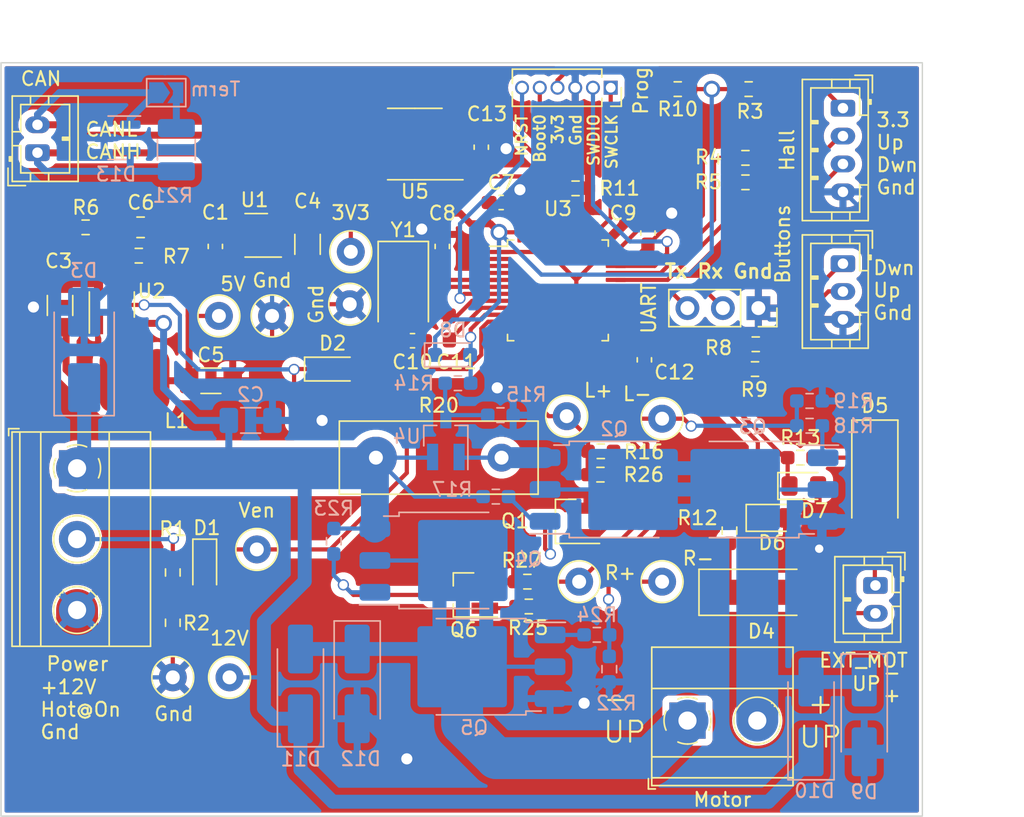
<source format=kicad_pcb>
(kicad_pcb (version 20221018) (generator pcbnew)
  (layers (0 "F.Cu" signal) (31 "B.Cu" signal) (34 "B.Paste" user) (35 "F.Paste" user) (36 "B.SilkS" user "B.Silkscreen") (37 "F.SilkS" user "F.Silkscreen") (38 "B.Mask" user) (39 "F.Mask" user) (44 "Edge.Cuts" user))
  (net 0 "")
  (net 1 "+5V")
  (net 2 "GND")
  (net 3 "+12V")
  (net 4 "Net-(U2-SW)")
  (net 5 "Net-(U2-BS)")
  (net 6 "+3V3")
  (net 7 "Net-(U2-FB)")
  (net 8 "/OSC_IN")
  (net 9 "/OSC_OUT")
  (net 10 "/VEN")
  (net 11 "Net-(D1-A)")
  (net 12 "/Power_EN")
  (net 13 "Net-(D4-K)")
  (net 14 "Net-(D4-A)")
  (net 15 "Net-(D5-K)")
  (net 16 "Net-(D5-A)")
  (net 17 "/UP_DIR")
  (net 18 "/DOWN_DIR")
  (net 19 "/Vsen")
  (net 20 "Net-(D10-A)")
  (net 21 "Net-(D11-A)")
  (net 22 "/CANL")
  (net 23 "/CANH")
  (net 24 "/HOT@On")
  (net 25 "Net-(J2-Pin_1)")
  (net 26 "Net-(J2-Pin_2)")
  (net 27 "Net-(J2-Pin_3)")
  (net 28 "Net-(J3-Pin_2)")
  (net 29 "/Rx")
  (net 30 "/Tx")
  (net 31 "/SWCLK")
  (net 32 "/SWDIO")
  (net 33 "Net-(J5-Pin_4)")
  (net 34 "/BOOT0")
  (net 35 "/NRST")
  (net 36 "Net-(JP1-B)")
  (net 37 "Net-(Q1-G)")
  (net 38 "Net-(Q1-D)")
  (net 39 "Net-(Q2-S)")
  (net 40 "Net-(Q3-G)")
  (net 41 "Net-(Q4-G)")
  (net 42 "Net-(Q5-G)")
  (net 43 "Net-(Q6-G)")
  (net 44 "/UP_SW")
  (net 45 "/DOWN_SW")
  (net 46 "/UP_BTN")
  (net 47 "/DOWN_BTN")
  (net 48 "Net-(U4-sense)")
  (net 49 "/L_UP")
  (net 50 "/L_DOWN")
  (net 51 "/R_DOWN")
  (net 52 "/R_UP")
  (net 63 "/CAN_Rx")
  (net 64 "/CAN_Tx")
  (net 73 "Net-(J3-Pin_1)")
  (footprint "Crystal:Crystal_SMD_5032-2Pin_5.0x3.2mm" (layer "F.Cu") (at 99.314 86.36 -90)
    (fp_text reference "Y1")
    (fp_text value "NX5032GA-8MHz")
  )
  (footprint "Resistor_SMD:R_0603_1608Metric_Pad0.98x0.95mm_HandSolder" (layer "F.Cu") (at 82.804 110.6405 90)
    (fp_text reference "R2")
    (fp_text value "100k")
  )
  (footprint "TestPoint:TestPoint_Loop_D1.80mm_Drill1.0mm_Beaded" (layer "F.Cu") (at 111.0234 95.8342)
    (fp_text reference "TP8" hide)
    (fp_text value "L+")
  )
  (footprint "TestPoint:TestPoint_Loop_D1.80mm_Drill1.0mm_Beaded" (layer "F.Cu") (at 117.856 107.696)
    (fp_text reference "TP11" hide)
    (fp_text value "R-")
  )
  (footprint "Capacitor_SMD:C_1206_3216Metric_Pad1.33x1.80mm_HandSolder" (layer "F.Cu") (at 85.5341 93.2942)
    (fp_text reference "C5")
    (fp_text value "47u")
  )
  (footprint "Capacitor_SMD:C_1206_3216Metric_Pad1.33x1.80mm_HandSolder" (layer "F.Cu") (at 74.7268 87.8971 90)
    (fp_text reference "C3")
    (fp_text value "1u")
  )
  (footprint "Connector_JST:JST_PH_B4B-PH-K_1x04_P2.00mm_Vertical" (layer "F.Cu") (at 130.81 73.756 -90)
    (fp_text reference "J2" hide)
    (fp_text value "Hall")
  )
  (footprint "TestPoint:TestPoint_Loop_D1.80mm_Drill1.0mm_Beaded" (layer "F.Cu") (at 86.868 114.554)
    (fp_text reference "TP3" hide)
    (fp_text value "12V")
  )
  (footprint "Resistor_SMD:R_0603_1608Metric_Pad0.98x0.95mm_HandSolder" (layer "F.Cu") (at 80.3675 84.328 180)
    (fp_text reference "R7")
    (fp_text value "100k")
  )
  (footprint "Connector_PinSocket_1.27mm:PinSocket_1x06_P1.27mm_Vertical" (layer "F.Cu") (at 114.173 72.2884 -90)
    (fp_text reference "J5" hide)
    (fp_text value "Prog")
  )
  (footprint "Capacitor_SMD:C_0603_1608Metric_Pad1.08x0.95mm_HandSolder" (layer "F.Cu") (at 116.586 91.7945 -90)
    (fp_text reference "C12")
    (fp_text value "0.1")
  )
  (footprint "TestPoint:TestPoint_Loop_D1.80mm_Drill1.0mm_Beaded" (layer "F.Cu") (at 95.5548 84.0486)
    (fp_text reference "TP5" hide)
    (fp_text value "3V3")
  )
  (footprint "Resistor_THT:R_Box_L14.0mm_W5.0mm_P9.00mm" (layer "F.Cu") (at 97.354 98.806)
    (fp_text reference "R20")
    (fp_text value "0.05")
  )
  (footprint "TestPoint:TestPoint_Loop_D1.80mm_Drill1.0mm_Beaded" (layer "F.Cu") (at 89.916 88.646)
    (fp_text reference "TP1" hide)
    (fp_text value "Gnd")
  )
  (footprint "Capacitor_SMD:C_0603_1608Metric_Pad1.08x0.95mm_HandSolder" (layer "F.Cu") (at 102.616 89.5085 90)
    (fp_text reference "C11")
    (fp_text value "0.1")
  )
  (footprint "TestPoint:TestPoint_Loop_D1.80mm_Drill1.0mm_Beaded" (layer "F.Cu") (at 111.9124 107.696)
    (fp_text reference "TP10" hide)
    (fp_text value "R+")
  )
  (footprint "Capacitor_SMD:C_0603_1608Metric_Pad1.08x0.95mm_HandSolder" (layer "F.Cu") (at 116.84 82.7035 -90)
    (fp_text reference "C9")
    (fp_text value "0.1")
  )
  (footprint "Capacitor_SMD:C_1206_3216Metric" (layer "F.Cu") (at 92.456 83.517 -90)
    (fp_text reference "C4")
    (fp_text value "47u")
  )
  (footprint "Package_TO_SOT_SMD:SOT-23_Handsoldering" (layer "F.Cu") (at 103.656 108.646 180)
    (fp_text reference "Q6")
    (fp_text value "2N7002")
  )
  (footprint "kicad:cd43" (layer "F.Cu") (at 80.0614 93.2688)
    (fp_text reference "L1")
    (fp_text value "10u")
  )
  (footprint "Connector_PinSocket_2.54mm:PinSocket_1x03_P2.54mm_Vertical" (layer "F.Cu") (at 124.7498 88.0868 -90)
    (fp_text reference "J4" hide)
    (fp_text value "UART")
  )
  (footprint "Capacitor_SMD:C_0805_2012Metric_Pad1.18x1.45mm_HandSolder" (layer "F.Cu") (at 80.4965 82.296 180)
    (fp_text reference "C6")
    (fp_text value "22")
  )
  (footprint "TerminalBlock_Phoenix:TerminalBlock_Phoenix_MKDS-1,5-2_1x02_P5.00mm_Horizontal" (layer "F.Cu") (at 119.674 117.653)
    (fp_text reference "J7" hide)
    (fp_text value "Motor")
  )
  (footprint "Package_SO:SOIC-8_3.9x4.9mm_P1.27mm" (layer "F.Cu") (at 100.141 76.327 180)
    (fp_text reference "U5")
    (fp_text value "TJA1050")
  )
  (footprint "Resistor_SMD:R_0603_1608Metric_Pad0.98x0.95mm_HandSolder" (layer "F.Cu") (at 113.4637 98.3488)
    (fp_text reference "R16")
    (fp_text value "100")
  )
  (footprint "Resistor_SMD:R_0603_1608Metric_Pad0.98x0.95mm_HandSolder" (layer "F.Cu") (at 108.204 107.696 180)
    (fp_text reference "R27")
    (fp_text value "10k")
  )
  (footprint "Diode_SMD:D_SOD-323_HandSoldering" (layer "F.Cu") (at 85.09 106.66 -90)
    (fp_text reference "D1")
    (fp_text value "1N5819")
  )
  (footprint "Capacitor_SMD:C_0603_1608Metric_Pad1.08x0.95mm_HandSolder" (layer "F.Cu") (at 104.902 76.5545 90)
    (fp_text reference "C13")
    (fp_text value "0.1")
  )
  (footprint "Resistor_SMD:R_0603_1608Metric_Pad0.98x0.95mm_HandSolder" (layer "F.Cu") (at 82.804 107.0375 90)
    (fp_text reference "R1")
    (fp_text value "300k")
  )
  (footprint "Package_TO_SOT_SMD:SOT-23-3" (layer "F.Cu") (at 88.7785 82.87 180)
    (fp_text reference "U1")
    (fp_text value "XC6206PxxxMR")
  )
  (footprint "Connector_JST:JST_PH_B2B-PH-K_1x02_P2.00mm_Vertical" (layer "F.Cu") (at 73.11 76.946 90)
    (fp_text reference "J8" hide)
    (fp_text value "CAN")
  )
  (footprint "TestPoint:TestPoint_Loop_D1.80mm_Drill1.0mm_Beaded" (layer "F.Cu") (at 82.804 114.554)
    (fp_text reference "TP6" hide)
    (fp_text value "Gnd")
  )
  (footprint "Resistor_SMD:R_0603_1608Metric_Pad0.98x0.95mm_HandSolder" (layer "F.Cu") (at 127.762 98.806)
    (fp_text reference "R13")
    (fp_text value "1k")
  )
  (footprint "Diode_SMD:D_SOD-323_HandSoldering" (layer "F.Cu") (at 94.254 92.456)
    (fp_text reference "D2")
    (fp_text value "1N5819")
  )
  (footprint "TerminalBlock_Phoenix:TerminalBlock_Phoenix_MKDS-1,5-3-5.08_1x03_P5.08mm_Horizontal" (layer "F.Cu") (at 75.946 99.568 -90)
    (fp_text reference "J1" hide)
    (fp_text value "Power")
  )
  (footprint "Capacitor_SMD:C_0603_1608Metric_Pad1.08x0.95mm_HandSolder" (layer "F.Cu") (at 102.108 83.6665 90)
    (fp_text reference "C8")
    (fp_text value "6")
  )
  (footprint "Resistor_SMD:R_0603_1608Metric_Pad0.98x0.95mm_HandSolder" (layer "F.Cu") (at 123.825 77.3176 180)
    (fp_text reference "R4")
    (fp_text value "100")
  )
  (footprint "Package_TO_SOT_SMD:SOT-23-6_Handsoldering" (layer "F.Cu") (at 78.4352 87.8294 90)
    (fp_text reference "U2")
    (fp_text value "MT1470")
  )
  (footprint "TestPoint:TestPoint_Loop_D1.80mm_Drill1.0mm_Beaded" (layer "F.Cu") (at 95.4786 87.8078)
    (fp_text reference "TP7" hide)
    (fp_text value "Gnd")
  )
  (footprint "TestPoint:TestPoint_Loop_D1.80mm_Drill1.0mm_Beaded" (layer "F.Cu") (at 88.8238 105.3846)
    (fp_text reference "TP2" hide)
    (fp_text value "Ven")
  )
  (footprint "Resistor_SMD:R_0603_1608Metric_Pad0.98x0.95mm_HandSolder" (layer "F.Cu") (at 111.6565 79.502 180)
    (fp_text reference "R11")
    (fp_text value "10k")
  )
  (footprint "Connector_JST:JST_PH_B2B-PH-K_1x02_P2.00mm_Vertical" (layer "F.Cu") (at 133.138 107.966 -90)
    (fp_text reference "J6" hide)
    (fp_text value "EXT_MOT")
  )
  (footprint "Resistor_SMD:R_0603_1608Metric_Pad0.98x0.95mm_HandSolder" (layer "F.Cu") (at 108.3075 109.474 180)
    (fp_text reference "R25")
    (fp_text value "100")
  )
  (footprint "Connector_JST:JST_PH_B3B-PH-K_1x03_P2.00mm_Vertical" (layer "F.Cu") (at 130.81 84.9 -90)
    (fp_text reference "J3" hide)
    (fp_text value "Buttons")
  )
  (footprint "Capacitor_SMD:C_0603_1608Metric_Pad1.08x0.95mm_HandSolder" (layer "F.Cu") (at 106.3255 80.518)
    (fp_text reference "C7")
    (fp_text value "0.1")
  )
  (footprint "Package_QFP:LQFP-48_7x7mm_P0.5mm" (layer "F.Cu") (at 110.3915 86.8141)
    (fp_text reference "U3")
    (fp_text value "STM32F103C6Tx")
  )
  (footprint "Resistor_SMD:R_0603_1608Metric_Pad0.98x0.95mm_HandSolder" (layer "F.Cu") (at 76.5575 82.296 180)
    (fp_text reference "R6")
    (fp_text value "19k")
  )
  (footprint "TestPoint:TestPoint_Loop_D1.80mm_Drill1.0mm_Beaded" (layer "F.Cu") (at 86.106 88.646)
    (fp_text reference "TP4" hide)
    (fp_text value "5V")
  )
  (footprint "TestPoint:TestPoint_Loop_D1.80mm_Drill1.0mm_Beaded" (layer "F.Cu") (at 117.856 96.012)
    (fp_text reference "TP9" hide)
    (fp_text value "L-")
  )
  (footprint "Resistor_SMD:R_0603_1608Metric_Pad0.98x0.95mm_HandSolder" (layer "F.Cu") (at 124.0555 72.39 180)
    (fp_text reference "R3")
    (fp_text value "47")
  )
  (footprint "Diode_SMD:D_0805_2012Metric_Pad1.15x1.40mm_HandSolder" (layer "F.Cu") (at 125.739 103.124)
    (fp_text reference "D6")
    (fp_text value "MM3Z3V3")
  )
  (footprint "Resistor_SMD:R_0603_1608Metric_Pad0.98x0.95mm_HandSolder" (layer "F.Cu") (at 124.5635 90.678 180)
    (fp_text reference "R8")
    (fp_text value "100")
  )
  (footprint "Diode_SMD:D_SMA_Handsoldering" (layer "F.Cu") (at 133.096 100.624 -90)
    (fp_text reference "D5")
    (fp_text value "1N4007")
  )
  (footprint "Package_TO_SOT_SMD:SOT-23_Handsoldering" (layer "F.Cu") (at 110.974 103.378 180)
    (fp_text reference "Q1")
    (fp_text value "2N7002")
  )
  (footprint "Resistor_SMD:R_0603_1608Metric_Pad0.98x0.95mm_HandSolder" (layer "F.Cu") (at 118.9755 72.39 180)
    (fp_text reference "R10")
    (fp_text value "6.8")
  )
  (footprint "Diode_SMD:D_SMA_Handsoldering" (layer "F.Cu") (at 125.008 108.458)
    (fp_text reference "D4")
    (fp_text value "1N4007")
  )
  (footprint "Resistor_SMD:R_0603_1608Metric_Pad0.98x0.95mm_HandSolder" (layer "F.Cu") (at 124.5108 92.456 180)
    (fp_text reference "R9")
    (fp_text value "100")
  )
  (footprint "Diode_SMD:D_0805_2012Metric_Pad1.15x1.40mm_HandSolder" (layer "F.Cu") (at 128.007 100.838)
    (fp_text reference "D7")
    (fp_text value "MM3Z3V3")
  )
  (footprint "Resistor_SMD:R_0603_1608Metric_Pad0.98x0.95mm_HandSolder" (layer "F.Cu") (at 113.4383 100.0252 180)
    (fp_text reference "R26")
    (fp_text value "10k")
  )
  (footprint "Resistor_SMD:R_0603_1608Metric_Pad0.98x0.95mm_HandSolder" (layer "F.Cu") (at 123.825 79.0702 180)
    (fp_text reference "R5")
    (fp_text value "100")
  )
  (footprint "Capacitor_SMD:C_0603_1608Metric_Pad1.08x0.95mm_HandSolder" (layer "F.Cu") (at 99.9755 90.424)
    (fp_text reference "C10")
    (fp_text value "6")
  )
  (footprint "Capacitor_SMD:C_0603_1608Metric_Pad1.08x0.95mm_HandSolder" (layer "F.Cu") (at 85.852 83.6665 -90)
    (fp_text reference "C1")
    (fp_text value "0.1")
  )
  (footprint "Resistor_SMD:R_0603_1608Metric_Pad0.98x0.95mm_HandSolder" (layer "F.Cu") (at 122.682 104.0365 -90)
    (fp_text reference "R12")
    (fp_text value "1k")
  )
  (footprint "Package_TO_SOT_SMD:TO-252-3_TabPin2" (layer "B.Cu") (at 124.347 101.093 180)
    (fp_text reference "Q3")
    (fp_text value "IRLR7807")
  )
  (footprint "Diode_SMD:D_SMA_Handsoldering" (layer "B.Cu") (at 128.524 117.388 90)
    (fp_text reference "D10")
    (fp_text value "1N4007")
  )
  (footprint "Resistor_SMD:R_0603_1608Metric_Pad0.98x0.95mm_HandSolder" (layer "B.Cu") (at 128.4205 96.52)
    (fp_text reference "R18")
    (fp_text value "220")
  )
  (footprint "Diode_SMD:D_SMA_Handsoldering" (layer "B.Cu") (at 132.334 117.388 -90)
    (fp_text reference "D9")
    (fp_text value "1N4007")
  )
  (footprint "Diode_SMD:D_SMB_Handsoldering" (layer "B.Cu") (at 76.454 91.0844 90)
    (fp_text reference "D3")
    (fp_text value "SMBJ18A")
  )
  (footprint "Resistor_SMD:R_0603_1608Metric_Pad0.98x0.95mm_HandSolder" (layer "B.Cu") (at 114.0714 113.9679 -90)
    (fp_text reference "R22")
    (fp_text value "10k")
  )
  (footprint "Package_TO_SOT_SMD:TO-252-3_TabPin2" (layer "B.Cu") (at 104.789 113.793 180)
    (fp_text reference "Q5")
    (fp_text value "IRLR7807")
  )
  (footprint "Resistor_SMD:R_0603_1608Metric_Pad0.98x0.95mm_HandSolder" (layer "B.Cu") (at 103.2275 93.472)
    (fp_text reference "R14")
    (fp_text value "330")
  )
  (footprint "Diode_SMD:D_SOD-323_HandSoldering" (layer "B.Cu") (at 102.85 91.44)
    (fp_text reference "D8")
    (fp_text value "1N5819")
  )
  (footprint "Resistor_SMD:R_0603_1608Metric_Pad0.98x0.95mm_HandSolder" (layer "B.Cu") (at 113.1805 111.506 180)
    (fp_text reference "R24")
    (fp_text value "220")
  )
  (footprint "Package_TO_SOT_SMD:TO-252-3_TabPin2" (layer "B.Cu") (at 102.322 106.178)
    (fp_text reference "Q4")
    (fp_text value "AOD4185")
  )
  (footprint "Package_TO_SOT_SMD:SOT-23_Handsoldering" (layer "B.Cu") (at 102.362 97.258 90)
    (fp_text reference "U4")
    (fp_text value "ZXCT1009")
  )
  (footprint "Resistor_SMD:R_1210_3225Metric_Pad1.30x2.65mm_HandSolder" (layer "B.Cu") (at 83.058 76.734 90)
    (fp_text reference "R21")
    (fp_text value "120")
  )
  (footprint "Package_TO_SOT_SMD:SOT-23" (layer "B.Cu") (at 78.8185 75.88 180)
    (fp_text reference "D13")
    (fp_text value "PESD1CAN")
  )
  (footprint "Package_TO_SOT_SMD:TO-252-3_TabPin2" (layer "B.Cu") (at 114.514 101.086)
    (fp_text reference "Q2")
    (fp_text value "AOD4185")
  )
  (footprint "Resistor_SMD:R_0603_1608Metric_Pad0.98x0.95mm_HandSolder" (layer "B.Cu") (at 105.9434 101.6 180)
    (fp_text reference "R17")
    (fp_text value "10k")
  )
  (footprint "Resistor_SMD:R_0603_1608Metric_Pad0.98x0.95mm_HandSolder" (layer "B.Cu") (at 94.3356 104.7985 90)
    (fp_text reference "R23")
    (fp_text value "10k")
  )
  (footprint "Diode_SMD:D_SMA_Handsoldering" (layer "B.Cu") (at 96.012 115.022 -90)
    (fp_text reference "D12")
    (fp_text value "1N4007")
  )
  (footprint "Resistor_SMD:R_0603_1608Metric_Pad0.98x0.95mm_HandSolder" (layer "B.Cu") (at 106.2755 95.758)
    (fp_text reference "R15")
    (fp_text value "100")
  )
  (footprint "Capacitor_SMD:C_1206_3216Metric_Pad1.33x1.80mm_HandSolder" (layer "B.Cu") (at 88.3797 96.139 180)
    (fp_text reference "C2")
    (fp_text value "10u")
  )
  (footprint "Jumper:SolderJumper-2_P1.3mm_Open_TrianglePad1.0x1.5mm" (layer "B.Cu") (at 82.333 72.644)
    (fp_text reference "JP1" hide)
    (fp_text value "Term")
  )
  (footprint "Resistor_SMD:R_0603_1608Metric_Pad0.98x0.95mm_HandSolder" (layer "B.Cu") (at 128.4205 94.742 180)
    (fp_text reference "R19")
    (fp_text value "10k")
  )
  (footprint "Diode_SMD:D_SMA_Handsoldering" (layer "B.Cu") (at 91.948 115.022 90)
    (fp_text reference "D11")
    (fp_text value "1N4007")
  )
  (gr_rect (start 70.5 70.5) (end 136.5 124.5) (stroke (width 0.1)) (fill none) (layer "Edge.Cuts"))
  (gr_text "-\n+" (at 133.604 116.4082) (layer "F.SilkS") (effects (font (size 1 1)) (justify left bottom)))
  (gr_text "Tx Rx Gnd" (at 117.9322 86.0298) (layer "F.SilkS") (effects (font (size 1 1) (thickness 0.2) bold) (justify left bottom)))
  (gr_text "-\nUP" (at 113.538 119.3546) (layer "F.SilkS") (effects (font (size 1.5 1.5)) (justify left bottom)))
  (gr_text "+12V\nHot@On\nGnd" (at 73.2282 119.0498) (layer "F.SilkS") (effects (font (size 1 1)) (justify left bottom)))
  (gr_text "NRST\nBoot0\n3v3\nGnd\nSWDIO\nSWCLK" (at 114.7064 74.0918 90) (layer "F.SilkS") (effects (font (size 0.8 0.8)) (justify right bottom)))
  (gr_text "3.3\nUp\nDwn\nGnd" (at 133.1214 80.01) (layer "F.SilkS") (effects (font (size 1 1)) (justify left bottom)))
  (gr_text "UP" (at 131.3688 115.5954) (layer "F.SilkS") (effects (font (size 1 1)) (justify left bottom)))
  (gr_text "Dwn\nUp\nGnd" (at 132.8928 89.0016) (layer "F.SilkS") (effects (font (size 1 1)) (justify left bottom)))
  (gr_text "CANL\nCANH" (at 76.454 77.47) (layer "F.SilkS") (effects (font (size 1 1)) (justify left bottom)))
  (gr_text "+\nUP" (at 129.2098 119.7102) (layer "F.SilkS") (effects (font (size 1.5 1.5)) (justify bottom)))
  (segment (start 83.9716 84.9876) (end 83.9716 83.4144) (width 0.5) (layer "F.Cu") (net 1))
  (segment (start 83.9716 93.2942) (end 81.7118 93.2942) (width 0.5) (layer "F.Cu") (net 1))
  (segment (start 85.852 81.026) (end 85.852 82.804) (width 0.5) (layer "F.Cu") (net 1))
  (segment (start 100.5332 78.9178) (end 99.187 80.264) (width 0.5) (layer "F.Cu") (net 1))
  (segment (start 85.852 82.804) (end 87.575 82.804) (width 0.5) (layer "F.Cu") (net 1))
  (segment (start 81.9396 84.9876) (end 81.28 84.328) (width 0.5) (layer "F.Cu") (net 1))
  (segment (start 104.902 75.692) (end 102.616 75.692) (width 0.3) (layer "F.Cu") (net 1))
  (segment (start 102.616 75.692) (end 101.1428 75.692) (width 0.5) (layer "F.Cu") (net 1))
  (segment (start 84.582 82.804) (end 85.852 82.804) (width 0.5) (layer "F.Cu") (net 1))
  (segment (start 81.534 82.296) (end 81.534 84.074) (width 0.3) (layer "F.Cu") (net 1))
  (segment (start 86.106 88.646) (end 83.9716 88.646) (width 0.3) (layer "F.Cu") (net 1))
  (segment (start 101.1428 75.692) (end 100.5332 76.3016) (width 0.5) (layer "F.Cu") (net 1))
  (segment (start 86.614 80.264) (end 85.852 81.026) (width 0.5) (layer "F.Cu") (net 1))
  (segment (start 83.9716 88.646) (end 83.9716 84.9876) (width 0.5) (layer "F.Cu") (net 1))
  (segment (start 83.9716 93.2942) (end 83.9716 88.646) (width 0.5) (layer "F.Cu") (net 1))
  (segment (start 99.187 80.264) (end 86.614 80.264) (width 0.5) (layer "F.Cu") (net 1))
  (segment (start 83.9716 84.9876) (end 81.9396 84.9876) (width 0.5) (layer "F.Cu") (net 1))
  (segment (start 81.534 84.074) (end 81.28 84.328) (width 0.3) (layer "F.Cu") (net 1))
  (segment (start 87.575 82.804) (end 87.641 82.87) (width 0.5) (layer "F.Cu") (net 1))
  (segment (start 100.5332 76.3016) (end 100.5332 78.9178) (width 0.5) (layer "F.Cu") (net 1))
  (segment (start 83.9716 83.4144) (end 84.582 82.804) (width 0.5) (layer "F.Cu") (net 1))
  (segment (start 81.7118 93.2942) (end 81.6864 93.2688) (width 0.5) (layer "F.Cu") (net 1))
  (segment (start 77.4852 88.585) (end 76.8858 87.9856) (width 0.3) (layer "F.Cu") (net 2))
  (segment (start 112.6415 90.9766) (end 112.6415 92.0675) (width 0.3) (layer "F.Cu") (net 2))
  (segment (start 105.156 107.696) (end 105.156 103.378) (width 0.3) (layer "F.Cu") (net 2))
  (segment (start 107.188 80.082902) (end 107.670302 79.6006) (width 0.3) (layer "F.Cu") (net 2))
  (segment (start 99.187 93.8022) (end 97.6376 95.3516) (width 0.5) (layer "F.Cu") (net 2))
  (segment (start 121.2342 104.3686) (end 120.015 105.5878) (width 0.3) (layer "F.Cu") (net 2))
  (segment (start 108.1415 82.6516) (end 108.1415 81.4715) (width 0.3) (layer "F.Cu") (net 2))
  (segment (start 72.8218 88.011) (end 72.8218 84.1502) (width 0.3) (layer "F.Cu") (net 2))
  (segment (start 102.108 82.804) (end 101.0158 82.804) (width 0.3) (layer "F.Cu") (net 2))
  (segment (start 94.2848 95.3516) (end 93.4974 96.139) (width 0.5) (layer "F.Cu") (net 2))
  (segment (start 86.106 84.836) (end 89.916 88.646) (width 0.3) (layer "F.Cu") (net 2))
  (segment (start 94.2848 95.3516) (end 94.2848 91.1098) (width 0.3) (layer "F.Cu") (net 2))
  (segment (start 75.946 109.728) (end 75.946 115.4684) (width 3) (layer "F.Cu") (net 2))
  (segment (start 116.84 83.566) (end 118.5418 81.8642) (width 0.3) (layer "F.Cu") (net 2))
  (segment (start 120.015 105.5878) (end 120.015 108.6612) (width 0.3) (layer "F.Cu") (net 2))
  (segment (start 80.8736 120.396) (end 99.568 120.396) (width 3) (layer "F.Cu") (net 2))
  (segment (start 75.946 115.4684) (end 80.8736 120.396) (width 3) (layer "F.Cu") (net 2))
  (segment (start 112.474 102.428) (end 113.6994 101.2026) (width 0.3) (layer "F.Cu") (net 2))
  (segment (start 90.7542 87.8078) (end 89.916 88.646) (width 0.3) (layer "F.Cu") (net 2))
  (segment (start 99.568 120.396) (end 108.2802 120.396) (width 1) (layer "F.Cu") (net 2))
  (segment (start 100.838 89.789) (end 101.3714 89.2556) (width 0.3) (layer "F.Cu") (net 2))
  (segment (start 100.838 91.059) (end 100.838 90.424) (width 0.3) (layer "F.Cu") (net 2))
  (segment (start 108.6358 101.5746) (end 113.3274 101.5746) (width 0.3) (layer "F.Cu") (net 2))
  (segment (start 129.032 105.2576) (end 129.1082 105.3338) (width 0.3) (layer "F.Cu") (net 2))
  (segment (start 76.8858 87.9856) (end 73.9648 87.9856) (width 0.3) (layer "F.Cu") (net 2))
  (segment (start 102.616 88.646) (end 101.981 88.646) (width 0.3) (layer "F.Cu") (net 2))
  (segment (start 108.6358 96.393) (end 106.045 93.8022) (width 0.3) (layer "F.Cu") (net 2))
  (segment (start 106.045 93.8022) (end 99.187 93.8022) (width 0.5) (layer "F.Cu") (net 2))
  (segment (start 106.9594 101.5746) (end 108.6358 101.5746) (width 0.3) (layer "F.Cu") (net 2))
  (segment (start 128.1938 103.124) (end 129.032 102.2858) (width 0.3) (layer "F.Cu") (net 2))
  (segment (start 113.231 92.657) (end 116.586 92.657) (width 0.3) (layer "F.Cu") (net 2))
  (segment (start 129.032 102.2858) (end 129.032 105.2576) (width 0.3) (layer "F.Cu") (net 2))
  (segment (start 113.3274 101.5746) (end 113.6994 101.2026) (width 0.3) (layer "F.Cu") (net 2))
  (segment (start 111.633 78.566) (end 112.569 79.502) (width 0.3) (layer "F.Cu") (net 2))
  (segment (start 126.764 103.124) (end 128.1938 103.124) (width 0.3) (layer "F.Cu") (net 2))
  (segment (start 73.9648 87.9856) (end 72.8472 87.9856) (width 0.3) (layer "F.Cu") (net 2))
  (segment (start 118.5418 81.8642) (end 118.5418 81.28) (width 0.3) (layer "F.Cu") (net 2))
  (segment (start 89.281 91.1098) (end 87.0966 93.2942) (width 0.3) (layer "F.Cu") (net 2))
  (segment (start 101.0158 82.804) (end 100.6348 82.423) (width 0.3) (layer "F.Cu") (net 2))
  (segment (start 89.916 91.1098) (end 89.281 91.1098) (width 0.3) (layer "F.Cu") (net 2))
  (segment (start 77.4852 89.1794) (end 77.4852 88.585) (width 0.3) (layer "F.Cu") (net 2))
  (segment (start 102.616 76.962) (end 104.447 76.962) (width 0.3) (layer "F.Cu") (net 2))
  (segment (start 129.032 100.838) (end 129.032 102.2858) (width 0.3) (layer "F.Cu") (net 2))
  (segment (start 72.7202 106.5022) (end 75.946 109.728) (width 0.3) (layer "F.Cu") (net 2))
  (segment (start 108.2802 120.396) (end 112.268 116.4082) (width 1) (layer "F.Cu") (net 2))
  (segment (start 83.7692 80.2132) (end 77.7278 80.2132) (width 0.5) (layer "F.Cu") (net 2))
  (segment (start 120.015 108.6612) (end 112.268 116.4082) (width 0.3) (layer "F.Cu") (net 2))
  (segment (start 108.1415 81.4715) (end 107.188 80.518) (width 0.3) (layer "F.Cu") (net 2))
  (segment (start 104.447 76.962) (end 104.902 77.417) (width 0.3) (layer "F.Cu") (net 2))
  (segment (start 116.586 92.657) (end 118.2856 92.657) (width 0.3) (layer "F.Cu") (net 2))
  (segment (start 95.4786 87.8078) (end 90.7542 87.8078) (width 0.3) (layer "F.Cu") (net 2))
  (segment (start 92.456 84.992) (end 91.088 84.992) (width 0.5) (layer "F.Cu") (net 2))
  (segment (start 108.6358 101.5746) (end 108.6358 96.393) (width 0.3) (layer "F.Cu") (net 2))
  (segment (start 85.852 84.836) (end 86.106 84.836) (width 0.3) (layer "F.Cu") (net 2))
  (segment (start 112.6415 92.0675) (end 113.231 92.657) (width 0.3) (layer "F.Cu") (net 2))
  (segment (start 104.250561 87.5641) (end 103.168661 88.646) (width 0.3) (layer "F.Cu") (net 2))
  (segment (start 100.1522 91.7448) (end 100.838 91.059) (width 0.3) (layer "F.Cu") (net 2))
  (segment (start 111.633 72.2884) (end 111.633 78.566) (width 0.3) (layer "F.Cu") (net 2))
  (segment (start 91.088 84.992) (end 89.916 83.82) (width 0.5) (layer "F.Cu") (net 2))
  (segment (start 118.2856 92.657) (end 121.2342 95.6056) (width 0.3) (layer "F.Cu") (net 2))
  (segment (start 72.8218 88.011) (end 72.7202 88.1126) (width 0.3) (layer "F.Cu") (net 2))
  (segment (start 97.6376 95.3516) (end 94.2848 95.3516) (width 0.5) (layer "F.Cu") (net 2))
  (segment (start 74.676 82.296) (end 75.645 82.296) (width 0.3) (layer "F.Cu") (net 2))
  (segment (start 85.852 84.529) (end 85.852 84.836) (width 0.3) (layer "F.Cu") (net 2))
  (segment (start 92.456 84.992) (end 92.456 86.106) (width 0.3) (layer "F.Cu") (net 2))
  (segment (start 85.7504 78.232) (end 83.7692 80.2132) (width 0.5) (layer "F.Cu") (net 2))
  (segment (start 82.804 111.553) (end 82.804 114.554) (width 0.3) (layer "F.Cu") (net 2))
  (segment (start 77.7278 80.2132) (end 75.645 82.296) (width 0.5) (layer "F.Cu") (net 2))
  (segment (start 94.2848 91.1098) (end 97.155 91.1098) (width 0.3) (layer "F.Cu") (net 2))
  (segment (start 103.168661 88.646) (end 102.616 88.646) (width 0.3) (layer "F.Cu") (net 2))
  (segment (start 89.916 88.646) (end 89.916 91.1098) (width 0.3) (layer "F.Cu") (net 2))
  (segment (start 104.902 77.417) (end 105.9202 77.417) (width 0.5) (layer "F.Cu") (net 2))
  (segment (start 107.188 80.518) (end 107.188 80.082902) (width 0.3) (layer "F.Cu") (net 2))
  (segment (start 114.3508 100.5512) (end 114.3508 100.0252) (width 0.3) (layer "F.Cu") (net 2))
  (segment (start 105.156 103.378) (end 106.9594 101.5746) (width 0.3) (layer "F.Cu") (net 2))
  (segment (start 115.8419 84.5641) (end 116.84 83.566) (width 0.3) (layer "F.Cu") (net 2))
  (segment (start 100.838 90.424) (end 100.838 89.789) (width 0.3) (layer "F.Cu") (net 2))
  (segment (start 72.8218 84.1502) (end 74.676 82.296) (width 0.3) (layer "F.Cu") (net 2))
  (segment (start 114.554 84.5641) (end 115.8419 84.5641) (width 0.3) (layer "F.Cu") (net 2))
  (segment (start 105.9202 77.417) (end 106.68 76.6572) (width 0.5) (layer "F.Cu") (net 2))
  (segment (start 97.666 78.232) (end 85.7504 78.232) (width 0.5) (layer "F.Cu") (net 2))
  (segment (start 105.156 107.696) (end 107.2915 107.696) (width 0.3) (layer "F.Cu") (net 2))
  (segment (start 94.2848 91.1098) (end 89.916 91.1098) (width 0.3) (layer "F.Cu") (net 2))
  (segment (start 72.8472 87.9856) (end 72.8218 88.011) (width 0.3) (layer "F.Cu") (net 2))
  (segment (start 72.7202 88.1126) (end 72.7202 106.5022) (width 0.3) (layer "F.Cu") (net 2))
  (segment (start 113.6994 101.2026) (end 114.3508 100.5512) (width 0.3) (layer "F.Cu") (net 2))
  (segment (start 121.2342 95.6056) (end 121.2342 104.3686) (width 0.3) (layer "F.Cu") (net 2))
  (segment (start 106.229 87.5641) (end 104.250561 87.5641) (width 0.3) (layer "F.Cu") (net 2))
  (segment (start 92.456 86.106) (end 89.916 88.646) (width 0.3) (layer "F.Cu") (net 2))
  (segment (start 97.155 91.1098) (end 97.79 91.7448) (width 0.3) (layer "F.Cu") (net 2))
  (segment (start 101.981 88.646) (end 101.3714 89.2556) (width 0.3) (layer "F.Cu") (net 2))
  (segment (start 97.79 91.7448) (end 100.1522 91.7448) (width 0.3) (layer "F.Cu") (net 2))
  (via (at 93.4974 96.139) (size 1.2) (drill 0.8) (layers "F.Cu" "B.Cu") (net 2))
  (via (at 100.6348 82.423) (size 1.2) (drill 0.8) (layers "F.Cu" "B.Cu") (net 2))
  (via (at 112.268 116.4082) (size 1.2) (drill 0.8) (layers "F.Cu" "B.Cu") (net 2))
  (via (at 106.045 93.8022) (size 1.2) (drill 0.8) (layers "F.Cu" "B.Cu") (net 2))
  (via (at 99.568 120.396) (size 1.2) (drill 0.8) (layers "F.Cu" "B.Cu") (net 2))
  (via (at 72.8218 88.011) (size 1.2) (drill 0.8) (layers "F.Cu" "B.Cu") (net 2))
  (via (at 107.670302 79.6006) (size 1.2) (drill 0.8) (layers "F.Cu" "B.Cu") (net 2))
  (via (at 129.1082 105.3338) (size 0.8) (drill 0.6) (layers "F.Cu" "B.Cu") (net 2))
  (via (at 118.5418 81.28) (size 1.2) (drill 0.8) (layers "F.Cu" "B.Cu") (net 2))
  (via (at 106.68 76.6572) (size 1.2) (drill 0.8) (layers "F.Cu" "B.Cu") (net 2))
  (segment (start 107.7468 93.8022) (end 110.4646 91.0844) (width 0.3) (layer "B.Cu") (net 2))
  (segment (start 133.858 119.888) (end 135.382 118.364) (width 1) (layer "B.Cu") (net 2))
  (segment (start 85.1916 76.708) (end 100.6856 76.708) (width 0.5) (layer "B.Cu") (net 2))
  (segment (start 135.382 118.364) (end 135.382 105.3846) (width 1) (layer "B.Cu") (net 2))
  (segment (start 129.4074 103.3526) (end 133.35 103.3526) (width 1) (layer "B.Cu") (net 2))
  (segment (start 110.4646 91.0844) (end 123.9774 91.0844) (width 0.3) (layer "B.Cu") (net 2))
  (segment (start 81.4832 76.708) (end 85.1916 76.708) (width 0.3) (layer "B.Cu") (net 2))
  (segment (start 80.772 114.554) (end 82.804 114.554) (width 0.3) (layer "B.Cu") (net 2))
  (segment (start 106.6292 76.708) (end 106.68 76.6572) (width 0.5) (layer "B.Cu") (net 2))
  (segment (start 100.6348 82.423) (end 100.6348 76.7588) (width 0.3) (layer "B.Cu") (net 2))
  (segment (start 89.916 81.2038) (end 85.4202 76.708) (width 0.3) (layer "B.Cu") (net 2))
  (segment (start 107.188 94.9452) (end 106.045 93.8022) (width 0.3) (layer "B.Cu") (net 2))
  (segment (start 123.9774 91.0844) (end 124.7498 90.312) (width 0.3) (layer "B.Cu") (net 2))
  (segment (start 119.5 84) (end 119.5 83.084261) (width 0.3) (layer "B.Cu") (net 2))
  (segment (start 132.0546 94.742) (end 133.35 93.4466) (width 0.3) (layer "B.Cu") (net 2))
  (segment (start 133.35 82.2198) (end 133.35 93.4466) (width 0.3) (layer "B.Cu") (net 2))
  (segment (start 130.81 88.9) (end 125.563 88.9) (width 0.3) (layer "B.Cu") (net 2))
  (segment (start 106.4514 76.4286) (end 106.68 76.6572) (width 0.5) (layer "B.Cu") (net 2))
  (segment (start 72.8218 88.011) (end 76.0806 88.011) (width 0.3) (layer "B.Cu") (net 2))
  (segment (start 100.6856 76.708) (end 106.6292 76.708) (width 0.5) (layer "B.Cu") (net 2))
  (segment (start 107.670302 79.6006) (end 107.670302 79.831902) (width 0.3) (layer "B.Cu") (net 2))
  (segment (start 107.188 95.758) (end 107.188 94.9452) (width 0.3) (layer "B.Cu") (net 2))
  (segment (start 111.379 71.0946) (end 106.4514 71.0946) (width 0.5) (layer "B.Cu") (net 2))
  (segment (start 111.379 71.0946) (end 116.0526 71.0946) (width 0.5) (layer "B.Cu") (net 2))
  (segment (start 100.6348 76.7588) (end 100.6856 76.708) (width 0.3) (layer "B.Cu") (net 2))
  (segment (start 85.1916 76.708) (end 85.4202 76.708) (width 0.3) (layer "B.Cu") (net 2))
  (segment (start 96.694 117.522) (end 99.568 120.396) (width 1) (layer "B.Cu") (net 2))
  (segment (start 106.045 93.8022) (end 107.7468 93.8022) (width 0.3) (layer "B.Cu") (net 2))
  (segment (start 75.946 109.728) (end 80.772 114.554) (width 0.3) (layer "B.Cu") (net 2))
  (segment (start 118.6434 81.1784) (end 118.5418 81.28) (width 0.3) (layer "B.Cu") (net 2))
  (segment (start 89.9422 96.139) (end 93.4974 96.139) (width 0.5) (layer "B.Cu") (net 2))
  (segment (start 96.012 117.522) (end 96.694 117.522) (width 1) (layer "B.Cu") (net 2))
  (segment (start 135.382 105.3846) (end 133.35 103.3526) (width 1) (layer "B.Cu") (net 2))
  (segment (start 125.563 88.9) (end 124.7498 88.0868) (width 0.3) (layer "B.Cu") (net 2))
  (segment (start 83.6346 81.2038) (end 89.916 81.2038) (width 0.5) (layer "B.Cu") (net 2))
  (segment (start 119.5 83.084261) (end 119.507 83.077261) (width 0.3) (layer "B.Cu") (net 2))
  (segment (start 119.507 81.1784) (end 118.6434 81.1784) (width 0.3) (layer "B.Cu") (net 2))
  (segment (start 133.35 103.3526) (end 133.35 93.4466) (width 3) (layer "B.Cu") (net 2))
  (segment (start 129.1082 103.6518) (end 129.387 103.373) (width 0.3) (layer "B.Cu") (net 2))
  (segment (start 129.333 94.742) (end 132.0546 94.742) (width 0.3) (layer "B.Cu") (net 2))
  (segment (start 89.916 88.646) (end 89.916 81.2038) (width 0.3) (layer "B.Cu") (net 2))
  (segment (start 112.5831 84.7447) (end 118.7553 84.7447) (width 0.3) (layer "B.Cu") (net 2))
  (segment (start 76.0806 88.011) (end 76.454 88.3844) (width 0.3) (layer "B.Cu") (net 2))
  (segment (start 76.454 88.3844) (end 83.6346 81.2038) (width 0.5) (layer "B.Cu") (net 2))
  (segment (start 77.881 75.88) (end 80.6552 75.88) (width 0.3) (layer "B.Cu") (net 2))
  (segment (start 114.0714 114.8804) (end 113.7958 114.8804) (width 0.3) (layer "B.Cu") (net 2))
  (segment (start 124.7498 90.312) (end 124.7498 88.0868) (width 0.3) (layer "B.Cu") (net 2))
  (segment (start 130.81 79.756) (end 130.8862 79.756) (width 0.3) (layer "B.Cu") (net 2))
  (segment (start 130.8862 79.756) (end 133.35 82.2198) (width 0.3) (layer "B.Cu") (net 2))
  (segment (start 111.633 72.2884) (end 111.633 71.3486) (width 0.5) (layer "B.Cu") (net 2))
  (segment (start 106.4514 71.0946) (end 106.4514 76.4286) (width 0.5) (layer "B.Cu") (net 2))
  (segment (start 109.829 116.073) (end 111.9328 116.073) (width 1) (layer "B.Cu") (net 2))
  (segment (start 118.7553 84.7447) (end 119.5 84) (width 0.3) (layer "B.Cu") (net 2))
  (segment (start 107.670302 79.831902) (end 112.5831 84.7447) (width 0.3) (layer "B.Cu") (net 2))
  (segment (start 116.0526 71.0946) (end 118.5418 73.5838) (width 0.5) (layer "B.Cu") (net 2))
  (segment (start 130.81 90.9066) (end 133.35 93.4466) (width 0.5) (layer "B.Cu") (net 2))
  (segment (start 129.1082 105.3338) (end 129.1082 103.6518) (width 0.3) (layer "B.Cu") (net 2))
  (segment (start 118.5418 73.5838) (end 118.5418 81.28) (width 0.5) (layer "B.Cu") (net 2))
  (segment (start 111.9328 116.073) (end 112.268 116.4082) (width 1) (layer "B.Cu") (net 2))
  (segment (start 111.633 71.3486) (end 111.379 71.0946) (width 0.5) (layer "B.Cu") (net 2))
  (segment (start 80.6552 75.88) (end 81.4832 76.708) (width 0.3) (layer "B.Cu") (net 2))
  (segment (start 119.507 83.077261) (end 119.507 81.1784) (width 0.3) (layer "B.Cu") (net 2))
  (segment (start 113.7958 114.8804) (end 112.268 116.4082) (width 0.3) (layer "B.Cu") (net 2))
  (segment (start 129.387 103.373) (end 129.4074 103.3526) (width 1) (layer "B.Cu") (net 2))
  (segment (start 130.81 88.9) (end 130.81 90.9066) (width 0.5) (layer "B.Cu") (net 2))
  (segment (start 132.334 119.888) (end 133.858 119.888) (width 1) (layer "B.Cu") (net 2))
  (segment (start 96.592 99.568) (end 97.354 98.806) (width 3) (layer "F.Cu") (net 3))
  (segment (start 75.946 99.568) (end 86.7918 99.568) (width 3) (layer "F.Cu") (net 3))
  (segment (start 86.7918 99.568) (end 96.592 99.568) (width 3) (layer "F.Cu") (net 3))
  (segment (start 82.1436 89.1794) (end 79.3852 89.1794) (width 0.5) (layer "F.Cu") (net 3))
  (via (at 82.1436 89.1794) (size 1.2) (drill 0.8) (layers "F.Cu" "B.Cu") (net 3))
  (segment (start 92.2528 100.2792) (end 92.2528 107.6706) (width 1) (layer "B.Cu") (net 3))
  (segment (start 86.868 114.554) (end 89.281 114.554) (width 0.3) (layer "B.Cu") (net 3))
  (segment (start 82.1436 93.8276) (end 82.1436 89.1794) (width 0.5) (layer "B.Cu") (net 3))
  (segment (start 97.282 98.878) (end 97.354 98.806) (width 2) (layer "B.Cu") (net 3))
  (segment (start 91.948 121.158) (end 91.948 117.522) (width 1) (layer "B.Cu") (net 3))
  (segment (start 105.0309 101.6) (end 100.148 101.6) (width 0.3) (layer "B.Cu") (net 3))
  (segment (start 125.476 123.4694) (end 94.2594 123.4694) (width 1) (layer "B.Cu") (net 3))
  (segment (start 94.2594 123.4694) (end 91.948 121.158) (width 1) (layer "B.Cu") (net 3))
  (segment (start 128.524 120.4214) (end 125.476 123.4694) (width 1) (layer "B.Cu") (net 3))
  (segment (start 89.3318 110.5916) (end 89.3318 114.5032) (width 1) (layer "B.Cu") (net 3))
  (segment (start 93.726 98.806) (end 92.2528 100.2792) (width 1) (layer "B.Cu") (net 3))
  (segment (start 101.364 98.806) (end 101.412 98.758) (width 0.3) (layer "B.Cu") (net 3))
  (segment (start 90.09 117.522) (end 91.948 117.522) (width 1) (layer "B.Cu") (net 3))
  (segment (start 97.27 103.886) (end 97.282 103.898) (width 0.3) (layer "B.Cu") (net 3))
  (segment (start 89.3318 115.1636) (end 89.3318 116.7638) (width 1) (layer "B.Cu") (net 3))
  (segment (start 97.354 98.806) (end 101.364 98.806) (width 0.3) (layer "B.Cu") (net 3))
  (segment (start 128.524 119.888) (end 128.524 120.4214) (width 1) (layer "B.Cu") (net 3))
  (segment (start 94.3356 103.886) (end 97.27 103.886) (width 0.3) (layer "B.Cu") (net 3))
  (segment (start 86.8172 96.139) (end 84.455 96.139) (width 0.5) (layer "B.Cu") (net 3))
  (segment (start 97.354 98.806) (end 93.726 98.806) (width 1) (layer "B.Cu") (net 3))
  (segment (start 86.8934 99.568) (end 96.592 99.568) (width 3) (layer "B.Cu") (net 3))
  (segment (start 84.455 96.139) (end 82.1436 93.8276) (width 0.5) (layer "B.Cu") (net 3))
  (segment (start 86.8172 96.139) (end 86.8172 99.4918) (width 0.5) (layer "B.Cu") (net 3))
  (segment (start 92.2528 107.6706) (end 89.3318 110.5916) (width 1) (layer "B.Cu") (net 3))
  (segment (start 97.282 103.898) (end 97.282 98.878) (width 2) (layer "B.Cu") (net 3))
  (segment (start 75.946 99.568) (end 86.8934 99.568) (width 3) (layer "B.Cu") (net 3))
  (segment (start 89.3318 114.5032) (end 89.3318 115.1636) (width 1) (layer "B.Cu") (net 3))
  (segment (start 100.148 101.6) (end 97.354 98.806) (width 0.3) (layer "B.Cu") (net 3))
  (segment (start 89.3318 116.7638) (end 90.09 117.522) (width 1) (layer "B.Cu") (net 3))
  (segment (start 76.454 99.5172) (end 76.454 93.7844) (width 1) (layer "B.Cu") (net 3))
  (segment (start 89.281 114.554) (end 89.3318 114.5032) (width 0.3) (layer "B.Cu") (net 3))
  (segment (start 86.8172 99.4918) (end 86.8934 99.568) (width 0.5) (layer "B.Cu") (net 3))
  (segment (start 96.592 99.568) (end 97.354 98.806) (width 3) (layer "B.Cu") (net 3))
  (segment (start 75.1586 92.5068) (end 75.9206 93.2688) (width 0.5) (layer "F.Cu") (net 4))
  (segment (start 78.4352 93.2676) (end 78.4364 93.2688) (width 0.5) (layer "F.Cu") (net 4))
  (segment (start 75.9206 93.2688) (end 78.4364 93.2688) (width 0.5) (layer "F.Cu") (net 4))
  (segment (start 74.7268 89.4596) (end 75.1586 89.8914) (width 0.5) (layer "F.Cu") (net 4))
  (segment (start 78.4352 89.1794) (end 78.4352 93.2676) (width 0.5) (layer "F.Cu") (net 4))
  (segment (start 75.1586 89.8914) (end 75.1586 92.5068) (width 0.5) (layer "F.Cu") (net 4))
  (segment (start 74.7268 86.3346) (end 77.3404 86.3346) (width 0.5) (layer "F.Cu") (net 5))
  (segment (start 77.3404 86.3346) (end 77.4852 86.4794) (width 0.5) (layer "F.Cu") (net 5))
  (segment (start 106.229 84.0641) (end 109.707541 84.0641) (width 0.3) (layer "F.Cu") (net 6))
  (segment (start 106.229 88.0641) (end 111.7115 88.0641) (width 0.3) (layer "F.Cu") (net 6))
  (segment (start 116.7771 81.841) (end 114.554 84.0641) (width 0.3) (layer "F.Cu") (net 6))
  (segment (start 106.172 82.6516) (end 106.172 84.0071) (width 0.3) (layer "F.Cu") (net 6))
  (segment (start 113.1415 90.9766) (end 116.5414 90.9766) (width 0.3) (layer "F.Cu") (net 6))
  (segment (start 113.1415 89.4941) (end 113.1415 90.9766) (width 0.3) (layer "F.Cu") (net 6))
  (segment (start 106.172 84.0071) (end 106.229 84.0641) (width 0.3) (layer "F.Cu") (net 6))
  (segment (start 111.7115 88.0641) (end 113.1415 89.4941) (width 0.3) (layer "F.Cu") (net 6))
  (segment (start 106.172 82.6516) (end 107.6415 82.6516) (width 0.3) (layer "F.Cu") (net 6))
  (segment (start 103.378 81.28) (end 104.14 82.042) (width 0.5) (layer "F.Cu") (net 6))
  (segment (start 89.916 81.92) (end 92.334 81.92) (width 0.5) (layer "F.Cu") (net 6))
  (segment (start 95.5548 82.0928) (end 95.504 82.042) (width 0.3) (layer "F.Cu") (net 6))
  (segment (start 113.715459 84.0641) (end 111.7115 86.068059) (width 0.3) (layer "F.Cu") (net 6))
  (segment (start 119.888 72.39) (end 121.412 72.39) (width 0.3) (layer "F.Cu") (net 6))
  (segment (start 95.504 82.042) (end 96.266 81.28) (width 0.5) (layer "F.Cu") (net 6))
  (segment (start 92.456 82.042) (end 95.504 82.042) (width 0.5) (layer "F.Cu") (net 6))
  (segment (start 114.554 84.0641) (end 113.715459 84.0641) (width 0.3) (layer "F.Cu") (net 6))
  (segment (start 95.5548 84.0486) (end 95.5548 82.0928) (width 0.3) (layer "F.Cu") (net 6))
  (segment (start 92.334 81.92) (end 92.456 82.042) (width 0.5) (layer "F.Cu") (net 6))
  (segment (start 105.5624 82.042) (end 104.14 82.042) (width 0.5) (layer "F.Cu") (net 6))
  (segment (start 116.5414 90.9766) (end 116.586 90.932) (width 0.3) (layer "F.Cu") (net 6))
  (segment (start 104.9229 88.0641) (end 102.616 90.371) (width 0.3) (layer "F.Cu") (net 6))
  (segment (start 105.463 80.518) (end 105.463 81.9426) (width 0.3) (layer "F.Cu") (net 6))
  (segment (start 96.266 81.28) (end 103.378 81.28) (width 0.5) (layer "F.Cu") (net 6))
  (segment (start 116.84 81.841) (end 116.7771 81.841) (width 0.3) (layer "F.Cu") (net 6))
  (segment (start 121.412 72.39) (end 123.143 72.39) (width 0.3) (layer "F.Cu") (net 6))
  (segment (start 106.229 88.0641) (end 104.9229 88.0641) (width 0.3) (layer "F.Cu") (net 6))
  (segment (start 111.7115 86.068059) (end 111.7115 88.0641) (width 0.3) (layer "F.Cu") (net 6))
  (segment (start 109.707541 84.0641) (end 111.7115 86.068059) (width 0.3) (layer "F.Cu") (net 6))
  (segment (start 106.172 82.6516) (end 105.5624 82.042) (width 0.5) (layer "F.Cu") (net 6))
  (segment (start 105.463 81.9426) (end 106.172 82.6516) (width 0.3) (layer "F.Cu") (net 6))
  (via (at 121.412 72.39) (size 1.2) (drill 0.8) (layers "F.Cu" "B.Cu") (net 6))
  (via (at 106.172 82.6516) (size 1.2) (drill 0.8) (layers "F.Cu" "B.Cu") (net 6))
  (segment (start 106.172 82.6516) (end 109.2073 85.6869) (width 0.3) (layer "B.Cu") (net 6))
  (segment (start 101.6 91.44) (end 101.6 90.17) (width 0.3) (layer "B.Cu") (net 6))
  (segment (start 106.172 82.6516) (end 106.172 87.63) (width 0.3) (layer "B.Cu") (net 6))
  (segment (start 109.2073 85.6869) (end 119.8131 85.6869) (width 0.3) (layer "B.Cu") (net 6))
  (segment (start 102.87 88.9) (end 104.902 88.9) (width 0.3) (layer "B.Cu") (net 6))
  (segment (start 119.8131 85.6869) (end 121.412 84.088) (width 0.3) (layer "B.Cu") (net 6))
  (segment (start 121.412 84.088) (end 121.412 72.39) (width 0.3) (layer "B.Cu") (net 6))
  (segment (start 106.172 87.63) (end 104.902 88.9) (width 0.3) (layer "B.Cu") (net 6))
  (segment (start 101.6 90.17) (end 102.87 88.9) (width 0.3) (layer "B.Cu") (net 6))
  (segment (start 79.455 86.4096) (end 79.3852 86.4794) (width 0.3) (layer "F.Cu") (net 7))
  (segment (start 79.455 84.328) (end 79.455 86.4096) (width 0.3) (layer "F.Cu") (net 7))
  (segment (start 79.459 84.324) (end 79.455 84.328) (width 0.3) (layer "F.Cu") (net 7))
  (segment (start 77.47 82.296) (end 79.459 82.296) (width 0.3) (layer "F.Cu") (net 7))
  (segment (start 79.459 82.296) (end 79.459 84.324) (width 0.3) (layer "F.Cu") (net 7))
  (segment (start 100.8681 86.0641) (end 99.314 84.51) (width 0.3) (layer "F.Cu") (net 8))
  (segment (start 99.333 84.529) (end 99.314 84.51) (width 0.3) (layer "F.Cu") (net 8))
  (segment (start 102.108 84.529) (end 99.333 84.529) (width 0.3) (layer "F.Cu") (net 8))
  (segment (start 106.229 86.0641) (end 100.8681 86.0641) (width 0.3) (layer "F.Cu") (net 8))
  (segment (start 99.113 88.411) (end 99.314 88.21) (width 0.3) (layer "F.Cu") (net 9))
  (segment (start 99.113 90.424) (end 99.113 88.411) (width 0.3) (layer "F.Cu") (net 9))
  (segment (start 106.229 86.5641) (end 100.9599 86.5641) (width 0.3) (layer "F.Cu") (net 9))
  (segment (start 100.9599 86.5641) (end 99.314 88.21) (width 0.3) (layer "F.Cu") (net 9))
  (segment (start 92.456 97.3328) (end 95.4278 97.3328) (width 0.3) (layer "F.Cu") (net 10))
  (segment (start 98.0948 96.4438) (end 99.568 97.917) (width 0.3) (layer "F.Cu") (net 10))
  (segment (start 78.74 87.8586) (end 78.4352 87.5538) (width 0.3) (layer "F.Cu") (net 10))
  (segment (start 91.4908 96.3676) (end 92.456 97.3328) (width 0.3) (layer "F.Cu") (net 10))
  (segment (start 78.4352 87.5538) (end 78.4352 86.4794) (width 0.3) (layer "F.Cu") (net 10))
  (segment (start 80.7466 87.8586) (end 78.74 87.8586) (width 0.3) (layer "F.Cu") (net 10))
  (segment (start 85.1154 105.3846) (end 88.8238 105.3846) (width 0.3) (layer "F.Cu") (net 10))
  (segment (start 93.004 92.456) (end 91.4654 92.456) (width 0.3) (layer "F.Cu") (net 10))
  (segment (start 99.568 97.917) (end 99.568 99.8982) (width 0.3) (layer "F.Cu") (net 10))
  (segment (start 94.0816 105.3846) (end 88.8238 105.3846) (width 0.3) (layer "F.Cu") (net 10))
  (segment (start 96.3168 96.4438) (end 98.0948 96.4438) (width 0.3) (layer "F.Cu") (net 10))
  (segment (start 99.568 99.8982) (end 94.0816 105.3846) (width 0.3) (layer "F.Cu") (net 10))
  (segment (start 91.4654 92.456) (end 91.4908 92.4814) (width 0.3) (layer "F.Cu") (net 10))
  (segment (start 85.09 105.41) (end 85.1154 105.3846) (width 0.3) (layer "F.Cu") (net 10))
  (segment (start 91.4908 92.4814) (end 91.4908 96.3676) (width 0.3) (layer "F.Cu") (net 10))
  (segment (start 95.4278 97.3328) (end 96.3168 96.4438) (width 0.3) (layer "F.Cu") (net 10))
  (via (at 91.4908 92.4814) (size 0.8) (drill 0.6) (layers "F.Cu" "B.Cu") (net 10))
  (via (at 80.7466 87.8586) (size 0.8) (drill 0.6) (layers "F.Cu" "B.Cu") (net 10))
  (segment (start 82.5754 87.8586) (end 80.7466 87.8586) (width 0.3) (layer "B.Cu") (net 10))
  (segment (start 84.6074 92.4814) (end 91.4908 92.4814) (width 0.3) (layer "B.Cu") (net 10))
  (segment (start 83.312 91.186) (end 84.6074 92.4814) (width 0.3) (layer "B.Cu") (net 10))
  (segment (start 82.5754 87.8586) (end 83.312 88.5952) (width 0.3) (layer "B.Cu") (net 10))
  (segment (start 83.312 88.5952) (end 83.312 91.186) (width 0.3) (layer "B.Cu") (net 10))
  (segment (start 82.804 107.95) (end 85.05 107.95) (width 0.3) (layer "F.Cu") (net 11))
  (segment (start 85.05 107.95) (end 85.09 107.91) (width 0.3) (layer "F.Cu") (net 11))
  (segment (start 82.804 109.728) (end 82.804 107.95) (width 0.3) (layer "F.Cu") (net 11))
  (segment (start 106.229 89.0641) (end 105.390459 89.0641) (width 0.3) (layer "F.Cu") (net 12))
  (segment (start 104.902 89.552559) (end 104.902 91.44) (width 0.3) (layer "F.Cu") (net 12))
  (segment (start 105.390459 89.0641) (end 104.902 89.552559) (width 0.3) (layer "F.Cu") (net 12))
  (segment (start 104.902 91.44) (end 103.886 92.456) (width 0.3) (layer "F.Cu") (net 12))
  (segment (start 103.886 92.456) (end 95.504 92.456) (width 0.3) (layer "F.Cu") (net 12))
  (segment (start 122.682 108.284) (end 122.508 108.458) (width 0.3) (layer "F.Cu") (net 13))
  (segment (start 122.682 104.949) (end 122.682 108.284) (width 0.3) (layer "F.Cu") (net 13))
  (segment (start 129 109.95) (end 127.508 108.458) (width 0.3) (layer "F.Cu") (net 14))
  (segment (start 133.096 109.95) (end 129 109.95) (width 0.3) (layer "F.Cu") (net 14))
  (segment (start 132.414 98.806) (end 133.096 98.124) (width 0.3) (layer "F.Cu") (net 15))
  (segment (start 128.6745 98.806) (end 132.414 98.806) (width 0.3) (layer "F.Cu") (net 15))
  (segment (start 133.096 107.95) (end 133.096 103.124) (width 0.3) (layer "F.Cu") (net 16))
  (segment (start 124.714 103.124) (end 124.714 97.69165) (width 0.3) (layer "F.Cu") (net 17))
  (segment (start 124.714 97.69165) (end 122.682 95.65965) (width 0.3) (layer "F.Cu") (net 17))
  (segment (start 114.554 89.5641) (end 116.58645 89.5641) (width 0.3) (layer "F.Cu") (net 17))
  (segment (start 116.58645 89.5641) (end 122.682 95.65965) (width 0.3) (layer "F.Cu") (net 17))
  (segment (start 122.682 103.124) (end 124.714 103.124) (width 0.3) (layer "F.Cu") (net 17))
  (segment (start 126.619 98.806) (end 126.8495 98.806) (width 0.3) (layer "F.Cu") (net 18))
  (segment (start 126.8495 100.7055) (end 126.982 100.838) (width 0.3) (layer "F.Cu") (net 18))
  (segment (start 116.8771 89.0641) (end 126.619 98.806) (width 0.3) (layer "F.Cu") (net 18))
  (segment (start 126.8495 98.806) (end 126.8495 100.7055) (width 0.3) (layer "F.Cu") (net 18))
  (segment (start 114.554 89.0641) (end 116.8771 89.0641) (width 0.3) (layer "F.Cu") (net 18))
  (segment (start 104.394 89.353453) (end 104.14 89.607453) (width 0.3) (layer "F.Cu") (net 19))
  (segment (start 104.14 89.607453) (end 104.14 90.17) (width 0.3) (layer "F.Cu") (net 19))
  (segment (start 105.183353 88.5641) (end 104.394 89.353453) (width 0.3) (layer "F.Cu") (net 19))
  (segment (start 106.229 88.5641) (end 105.183353 88.5641) (width 0.3) (layer "F.Cu") (net 19))
  (via (at 104.14 90.17) (size 0.8) (drill 0.6) (layers "F.Cu" "B.Cu") (net 19))
  (segment (start 104.14 91.4) (end 104.1 91.44) (width 0.3) (layer "B.Cu") (net 19))
  (segment (start 104.14 93.472) (end 104.14 91.48) (width 0.3) (layer "B.Cu") (net 19))
  (segment (start 104.14 90.17) (end 104.14 91.4) (width 0.3) (layer "B.Cu") (net 19))
  (segment (start 104.14 91.48) (end 104.1 91.44) (width 0.3) (layer "B.Cu") (net 19))
  (segment (start 124.674 117.653) (end 124.674 115.0112) (width 3) (layer "B.Cu") (net 20))
  (segment (start 124.7972 114.888) (end 124.674 115.0112) (width 1) (layer "B.Cu") (net 20))
  (segment (start 123.08 101.086) (end 123.087 101.093) (width 1) (layer "B.Cu") (net 20))
  (segment (start 124.674 115.0112) (end 124.674 102.68) (width 3) (layer "B.Cu") (net 20))
  (segment (start 109.474 101.086) (end 115.774 101.086) (width 0.3) (layer "B.Cu") (net 20))
  (segment (start 129.387 101.093) (end 123.087 101.093) (width 0.3) (layer "B.Cu") (net 20))
  (segment (start 132.334 114.888) (end 124.7972 114.888) (width 1) (layer "B.Cu") (net 20))
  (segment (start 115.774 101.086) (end 123.08 101.086) (width 1) (layer "B.Cu") (net 20))
  (segment (start 124.674 102.68) (end 123.087 101.093) (width 3) (layer "B.Cu") (net 20))
  (segment (start 117.449 99.561) (end 121.405 99.561) (width 1) (layer "B.Cu") (net 20))
  (segment (start 121.405 99.561) (end 121.412 99.568) (width 1) (layer "B.Cu") (net 20))
  (segment (start 114.099 102.611) (end 121.405 102.611) (width 1) (layer "B.Cu") (net 20))
  (segment (start 121.405 102.611) (end 121.412 102.618) (width 1) (layer "B.Cu") (net 20))
  (segment (start 97.282 106.178) (end 103.582 106.178) (width 0.3) (layer "B.Cu") (net 21))
  (segment (start 103.582 106.178) (end 103.582 113.74) (width 1) (layer "B.Cu") (net 21))
  (segment (start 103.529 117.9054) (end 105.9688 120.3452) (width 3) (layer "B.Cu") (net 21))
  (segment (start 96.012 112.522) (end 101.6 112.522) (width 1) (layer "B.Cu") (net 21))
  (segment (start 91.948 112.522) (end 96.012 112.522) (width 1) (layer "B.Cu") (net 21))
  (segment (start 101.907 107.703) (end 101.907 112.215) (width 1) (layer "B.Cu") (net 21))
  (segment (start 116.9818 120.3452) (end 119.674 117.653) (width 3) (layer "B.Cu") (net 21))
  (segment (start 105.257 112.215) (end 105.204 112.268) (width 1) (layer "B.Cu") (net 21))
  (segment (start 105.257 107.703) (end 105.257 112.215) (width 1) (layer "B.Cu") (net 21))
  (segment (start 101.6 112.522) (end 101.854 112.268) (width 1) (layer "B.Cu") (net 21))
  (segment (start 103.582 113.74) (end 103.529 113.793) (width 1) (layer "B.Cu") (net 21))
  (segment (start 103.529 113.793) (end 103.529 117.9054) (width 3) (layer "B.Cu") (net 21))
  (segment (start 109.829 113.793) (end 103.529 113.793) (width 0.3) (layer "B.Cu") (net 21))
  (segment (start 105.9688 120.3452) (end 116.9818 120.3452) (width 3) (layer "B.Cu") (net 21))
  (segment (start 101.907 112.215) (end 101.854 112.268) (width 1) (layer "B.Cu") (net 21))
  (segment (start 97.666 75.692) (end 76.2508 75.692) (width 0.5) (layer "F.Cu") (net 22))
  (segment (start 75.5048 74.946) (end 73.11 74.946) (width 0.5) (layer "F.Cu") (net 22))
  (segment (start 76.2508 75.692) (end 75.5048 74.946) (width 0.5) (layer "F.Cu") (net 22))
  (segment (start 74.676 72.644) (end 81.608 72.644) (width 0.5) (layer "B.Cu") (net 22))
  (segment (start 73.11 74.21) (end 74.676 72.644) (width 0.5) (layer "B.Cu") (net 22))
  (segment (start 79.756 74.93) (end 79.756 74.496) (width 0.5) (layer "B.Cu") (net 22))
  (segment (start 79.756 74.496) (end 81.608 72.644) (width 0.5) (layer "B.Cu") (net 22))
  (segment (start 73.11 74.946) (end 73.11 74.21) (width 0.5) (layer "B.Cu") (net 22))
  (segment (start 97.666 76.962) (end 73.126 76.962) (width 0.5) (layer "F.Cu") (net 23))
  (segment (start 73.126 76.962) (end 73.11 76.946) (width 0.5) (layer "F.Cu") (net 23))
  (segment (start 79.756 76.83) (end 79.756 78.284) (width 0.5) (layer "B.Cu") (net 23))
  (segment (start 73.11 77.682) (end 73.712 78.284) (width 0.5) (layer "B.Cu") (net 23))
  (segment (start 73.11 76.946) (end 73.11 77.682) (width 0.5) (layer "B.Cu") (net 23))
  (segment (start 73.712 78.284) (end 79.756 78.284) (width 0.5) (layer "B.Cu") (net 23))
  (segment (start 79.756 78.284) (end 83.058 78.284) (width 0.5) (layer "B.Cu") (net 23))
  (segment (start 82.804 104.648) (end 82.8548 104.5972) (width 0.3) (layer "F.Cu") (net 24))
  (segment (start 82.804 106.125) (end 82.804 104.648) (width 0.3) (layer "F.Cu") (net 24))
  (via (at 82.8548 104.5972) (size 0.8) (drill 0.6) (layers "F.Cu" "B.Cu") (net 24))
  (segment (start 82.804 104.648) (end 75.946 104.648) (width 0.3) (layer "B.Cu") (net 24))
  (segment (start 82.8548 104.5972) (end 82.804 104.648) (width 0.3) (layer "B.Cu") (net 24))
  (segment (start 124.968 72.39) (end 129.444 72.39) (width 0.3) (layer "F.Cu") (net 25))
  (segment (start 129.444 72.39) (end 130.81 73.756) (width 0.3) (layer "F.Cu") (net 25))
  (segment (start 130.5936 75.756) (end 129.032 77.3176) (width 0.3) (layer "F.Cu") (net 26))
  (segment (start 130.81 75.756) (end 130.5936 75.756) (width 0.3) (layer "F.Cu") (net 26))
  (segment (start 129.032 77.3176) (end 124.7375 77.3176) (width 0.3) (layer "F.Cu") (net 26))
  (segment (start 129.4958 79.0702) (end 130.81 77.756) (width 0.3) (layer "F.Cu") (net 27))
  (segment (start 124.7375 79.0702) (end 129.4958 79.0702) (width 0.3) (layer "F.Cu") (net 27))
  (segment (start 126.9238 89.7382) (end 129.7752 86.8868) (width 0.3) (layer "F.Cu") (net 28))
  (segment (start 126.619 92.456) (end 126.9238 92.1512) (width 0.3) (layer "F.Cu") (net 28))
  (segment (start 126.9238 92.1512) (end 126.9238 89.7382) (width 0.3) (layer "F.Cu") (net 28))
  (segment (start 129.7752 86.8868) (end 130.7084 86.8868) (width 0.3) (layer "F.Cu") (net 28))
  (segment (start 125.4233 92.456) (end 126.619 92.456) (width 0.3) (layer "F.Cu") (net 28))
  (segment (start 120.6871 86.5641) (end 122.2098 88.0868) (width 0.3) (layer "F.Cu") (net 29))
  (segment (start 114.554 86.5641) (end 120.6871 86.5641) (width 0.3) (layer "F.Cu") (net 29))
  (segment (start 118.6471 87.0641) (end 119.6698 88.0868) (width 0.3) (layer "F.Cu") (net 30))
  (segment (start 114.554 87.0641) (end 118.6471 87.0641) (width 0.3) (layer "F.Cu") (net 30))
  (segment (start 114.173 81.6201) (end 113.1415 82.6516) (width 0.3) (layer "F.Cu") (net 31))
  (segment (start 114.173 72.2884) (end 114.173 81.6201) (width 0.3) (layer "F.Cu") (net 31))
  (segment (start 118.2116 84.1756) (end 118.2116 83.312) (width 0.3) (layer "F.Cu") (net 32))
  (segment (start 114.554 85.0641) (end 117.3231 85.0641) (width 0.3) (layer "F.Cu") (net 32))
  (segment (start 117.3231 85.0641) (end 118.2116 84.1756) (width 0.3) (layer "F.Cu") (net 32))
  (via (at 118.2116 83.312) (size 0.8) (drill 0.6) (layers "F.Cu" "B.Cu") (net 32))
  (segment (start 112.903 80.6704) (end 115.5446 83.312) (width 0.3) (layer "B.Cu") (net 32))
  (segment (start 112.903 72.2884) (end 112.903 80.6704) (width 0.3) (layer "B.Cu") (net 32))
  (segment (start 115.5446 83.312) (end 118.2116 83.312) (width 0.3) (layer "B.Cu") (net 32))
  (segment (start 110.363 71.755) (end 110.998 71.12) (width 0.3) (layer "F.Cu") (net 33))
  (segment (start 110.998 71.12) (end 116.793 71.12) (width 0.3) (layer "F.Cu") (net 33))
  (segment (start 116.793 71.12) (end 118.063 72.39) (width 0.3) (layer "F.Cu") (net 33))
  (segment (start 110.363 72.2884) (end 110.363 71.755) (width 0.3) (layer "F.Cu") (net 33))
  (segment (start 109.093 73.9394) (end 109.093 72.2884) (width 0.3) (layer "F.Cu") (net 34))
  (segment (start 109.6415 79.502) (end 109.6415 82.6516) (width 0.3) (layer "F.Cu") (net 34))
  (segment (start 109.6415 79.502) (end 109.6415 74.4879) (width 0.3) (layer "F.Cu") (net 34))
  (segment (start 110.744 79.502) (end 109.6415 79.502) (width 0.3) (layer "F.Cu") (net 34))
  (segment (start 109.6415 74.4879) (end 109.093 73.9394) (width 0.3) (layer "F.Cu") (net 34))
  (segment (start 106.229 87.0641) (end 103.6899 87.0641) (width 0.3) (layer "F.Cu") (net 35))
  (segment (start 103.6899 87.0641) (end 103.378 87.376) (width 0.3) (layer "F.Cu") (net 35))
  (via (at 103.378 87.376) (size 0.8) (drill 0.6) (layers "F.Cu" "B.Cu") (net 35))
  (segment (start 103.378 82.042) (end 103.378 87.376) (width 0.3) (layer "B.Cu") (net 35))
  (segment (start 107.823 77.597) (end 103.378 82.042) (width 0.3) (layer "B.Cu") (net 35))
  (segment (start 107.823 72.2884) (end 107.823 77.597) (width 0.3) (layer "B.Cu") (net 35))
  (segment (start 83.058 72.644) (end 83.058 75.184) (width 0.5) (layer "B.Cu") (net 36))
  (segment (start 115.5446 102.108) (end 113.3246 104.328) (width 0.3) (layer "F.Cu") (net 37))
  (segment (start 115.5446 99.5172) (end 115.5446 102.108) (width 0.3) (layer "F.Cu") (net 37))
  (segment (start 114.3762 98.3488) (end 115.5446 99.5172) (width 0.3) (layer "F.Cu") (net 37))
  (segment (start 113.3246 104.328) (end 112.474 104.328) (width 0.3) (layer "F.Cu") (net 37))
  (segment (start 109.474 103.378) (end 109.474 105.3338) (width 0.3) (layer "F.Cu") (net 38))
  (segment (start 109.474 105.3338) (end 109.855 105.7148) (width 0.3) (layer "F.Cu") (net 38))
  (via (at 109.855 105.7148) (size 0.8) (drill 0.6) (layers "F.Cu" "B.Cu") (net 38))
  (segment (start 109.474 103.366) (end 108.6219 103.366) (width 0.3) (layer "B.Cu") (net 38))
  (segment (start 109.855 103.747) (end 109.474 103.366) (width 0.3) (layer "B.Cu") (net 38))
  (segment (start 109.855 105.7148) (end 109.855 103.747) (width 0.3) (layer "B.Cu") (net 38))
  (segment (start 108.6219 103.366) (end 106.8559 101.6) (width 0.3) (layer "B.Cu") (net 38))
  (segment (start 109.474 98.806) (end 106.354 98.806) (width 1.5) (layer "B.Cu") (net 39))
  (segment (start 103.36 98.806) (end 103.312 98.758) (width 0.3) (layer "B.Cu") (net 39))
  (segment (start 106.354 98.806) (end 103.36 98.806) (width 0.3) (layer "B.Cu") (net 39))
  (segment (start 129.333 96.52) (end 129.333 98.759) (width 0.3) (layer "B.Cu") (net 40))
  (segment (start 129.333 98.759) (end 129.387 98.813) (width 0.3) (layer "B.Cu") (net 40))
  (segment (start 102.156 108.646) (end 95.7428 108.646) (width 0.3) (layer "F.Cu") (net 41))
  (segment (start 95.7428 108.646) (end 95.0214 107.9246) (width 0.3) (layer "F.Cu") (net 41))
  (via (at 95.0214 107.9246) (size 0.8) (drill 0.6) (layers "F.Cu" "B.Cu") (net 41))
  (segment (start 94.3356 105.711) (end 94.3356 107.2388) (width 0.3) (layer "B.Cu") (net 41))
  (segment (start 97.282 108.458) (end 95.5548 108.458) (width 0.3) (layer "B.Cu") (net 41))
  (segment (start 95.0214 107.9246) (end 94.3356 107.2388) (width 0.3) (layer "B.Cu") (net 41))
  (segment (start 95.5548 108.458) (end 95.0214 107.9246) (width 0.3) (layer "B.Cu") (net 41))
  (segment (start 109.829 111.513) (end 112.261 111.513) (width 0.3) (layer "B.Cu") (net 42))
  (segment (start 112.261 111.513) (end 112.268 111.506) (width 0.3) (layer "B.Cu") (net 42))
  (segment (start 107.273 109.596) (end 107.395 109.474) (width 0.3) (layer "F.Cu") (net 43))
  (segment (start 105.156 109.596) (end 107.273 109.596) (width 0.3) (layer "F.Cu") (net 43))
  (segment (start 121.8946 77.3176) (end 122.9125 77.3176) (width 0.3) (layer "F.Cu") (net 44))
  (segment (start 121.5771 81.7499) (end 121.5771 77.6351) (width 0.3) (layer "F.Cu") (net 44))
  (segment (start 117.7629 85.5641) (end 121.5771 81.7499) (width 0.3) (layer "F.Cu") (net 44))
  (segment (start 121.5771 77.6351) (end 121.8946 77.3176) (width 0.3) (layer "F.Cu") (net 44))
  (segment (start 114.554 85.5641) (end 117.7629 85.5641) (width 0.3) (layer "F.Cu") (net 44))
  (segment (start 122.9125 79.0702) (end 122.9125 81.4051) (width 0.3) (layer "F.Cu") (net 45))
  (segment (start 122.9125 81.4051) (end 118.2535 86.0641) (width 0.3) (layer "F.Cu") (net 45))
  (segment (start 118.2535 86.0641) (end 114.554 86.0641) (width 0.3) (layer "F.Cu") (net 45))
  (segment (start 121.031 92.456) (end 117.1391 88.5641) (width 0.3) (layer "F.Cu") (net 46))
  (segment (start 117.1391 88.5641) (end 114.554 88.5641) (width 0.3) (layer "F.Cu") (net 46))
  (segment (start 123.5983 92.456) (end 121.031 92.456) (width 0.3) (layer "F.Cu") (net 46))
  (segment (start 120.015 90.678) (end 117.4011 88.0641) (width 0.3) (layer "F.Cu") (net 47))
  (segment (start 123.651 90.678) (end 120.015 90.678) (width 0.3) (layer "F.Cu") (net 47))
  (segment (start 117.4011 88.0641) (end 114.554 88.0641) (width 0.3) (layer "F.Cu") (net 47))
  (segment (start 102.315 95.711) (end 102.362 95.758) (width 0.3) (layer "B.Cu") (net 48))
  (segment (start 102.315 93.472) (end 102.315 95.711) (width 0.3) (layer "B.Cu") (net 48))
  (segment (start 102.362 95.758) (end 105.363 95.758) (width 0.3) (layer "B.Cu") (net 48))
  (segment (start 112.5258 100.0252) (end 112.5258 98.3742) (width 0.3) (layer "F.Cu") (net 49))
  (segment (start 112.5512 98.3488) (end 112.5512 97.362) (width 0.3) (layer "F.Cu") (net 49))
  (segment (start 111.0234 95.8342) (end 109.7342 95.8342) (width 0.3) (layer "F.Cu") (net 49))
  (segment (start 106.229 89.5641) (end 106.229 92.329) (width 0.3) (layer "F.Cu") (net 49))
  (segment (start 112.5258 98.3742) (end 112.5512 98.3488) (width 0.3) (layer "F.Cu") (net 49))
  (segment (start 109.7342 95.8342) (end 106.229 92.329) (width 0.3) (layer "F.Cu") (net 49))
  (segment (start 112.5512 97.362) (end 111.0234 95.8342) (width 0.3) (layer "F.Cu") (net 49))
  (segment (start 109.6415 92.4457) (end 110.1344 92.9386) (width 0.3) (layer "F.Cu") (net 50))
  (segment (start 119.4054 96.012) (end 119.9388 96.5454) (width 0.3) (layer "F.Cu") (net 50))
  (segment (start 115.7478 96.012) (end 117.856 96.012) (width 0.3) (layer "F.Cu") (net 50))
  (segment (start 117.856 96.012) (end 119.4054 96.012) (width 0.3) (layer "F.Cu") (net 50))
  (segment (start 110.1344 92.9386) (end 112.6744 92.9386) (width 0.3) (layer "F.Cu") (net 50))
  (segment (start 109.6415 90.9766) (end 109.6415 92.4457) (width 0.3) (layer "F.Cu") (net 50))
  (segment (start 112.6744 92.9386) (end 115.7478 96.012) (width 0.3) (layer "F.Cu") (net 50))
  (via (at 119.9388 96.5454) (size 0.8) (drill 0.6) (layers "F.Cu" "B.Cu") (net 50))
  (segment (start 127.508 94.742) (end 127.508 96.52) (width 0.3) (layer "B.Cu") (net 50))
  (segment (start 127.508 96.52) (end 119.9642 96.52) (width 0.3) (layer "B.Cu") (net 50))
  (segment (start 119.9642 96.52) (end 119.9388 96.5454) (width 0.3) (layer "B.Cu") (net 50))
  (segment (start 112.4458 93.4974) (end 116.8019 97.8535) (width 0.3) (layer "F.Cu") (net 51))
  (segment (start 109.1415 90.9766) (end 109.1415 92.7839) (width 0.3) (layer "F.Cu") (net 51))
  (segment (start 114.0206 106.7054) (end 116.8019 103.9241) (width 0.3) (layer "F.Cu") (net 51))
  (segment (start 114.046 107.696) (end 114.0206 107.6706) (width 0.3) (layer "F.Cu") (net 51))
  (segment (start 116.8019 103.9241) (end 116.8019 97.8535) (width 0.3) (layer "F.Cu") (net 51))
  (segment (start 114.0206 108.966) (end 114.0206 107.6706) (width 0.3) (layer "F.Cu") (net 51))
  (segment (start 114.0206 107.6706) (end 114.0206 106.7054) (width 0.3) (layer "F.Cu") (net 51))
  (segment (start 109.1415 92.7839) (end 109.855 93.4974) (width 0.3) (layer "F.Cu") (net 51))
  (segment (start 109.855 93.4974) (end 112.4458 93.4974) (width 0.3) (layer "F.Cu") (net 51))
  (segment (start 117.856 107.696) (end 114.046 107.696) (width 0.3) (layer "F.Cu") (net 51))
  (via (at 114.0206 108.966) (size 0.8) (drill 0.6) (layers "F.Cu" "B.Cu") (net 51))
  (segment (start 114.0714 111.5276) (end 114.093 111.506) (width 0.3) (layer "B.Cu") (net 51))
  (segment (start 114.0206 108.966) (end 114.0206 111.4336) (width 0.3) (layer "B.Cu") (net 51))
  (segment (start 114.0206 111.4336) (end 114.093 111.506) (width 0.3) (layer "B.Cu") (net 51))
  (segment (start 114.0714 113.0554) (end 114.0714 111.5276) (width 0.3) (layer "B.Cu") (net 51))
  (segment (start 116.1796 103.4288) (end 111.9124 107.696) (width 0.3) (layer "F.Cu") (net 52))
  (segment (start 109.601 94.0054) (end 112.0648 94.0054) (width 0.3) (layer "F.Cu") (net 52))
  (segment (start 116.1796 98.1202) (end 116.1796 103.4288) (width 0.3) (layer "F.Cu") (net 52))
  (segment (start 109.1165 107.696) (end 111.9124 107.696) (width 0.3) (layer "F.Cu") (net 52))
  (segment (start 107.6415 92.0459) (end 109.601 94.0054) (width 0.3) (layer "F.Cu") (net 52))
  (segment (start 109.1165 107.696) (end 109.1165 109.3705) (width 0.3) (layer "F.Cu") (net 52))
  (segment (start 109.1165 109.3705) (end 109.22 109.474) (width 0.3) (layer "F.Cu") (net 52))
  (segment (start 107.6415 90.9766) (end 107.6415 92.0459) (width 0.3) (layer "F.Cu") (net 52))
  (segment (start 112.0648 94.0054) (end 116.1796 98.1202) (width 0.3) (layer "F.Cu") (net 52))
  (segment (start 109.1415 77.5185) (end 106.045 74.422) (width 0.3) (layer "F.Cu") (net 63))
  (segment (start 106.045 74.422) (end 102.616 74.422) (width 0.3) (layer "F.Cu") (net 63))
  (segment (start 109.1415 82.6516) (end 109.1415 77.5185) (width 0.3) (layer "F.Cu") (net 63))
  (segment (start 108.6415 82.6516) (end 108.6415 78.9997) (width 0.3) (layer "F.Cu") (net 64))
  (segment (start 103.3018 78.232) (end 102.616 78.232) (width 0.3) (layer "F.Cu") (net 64))
  (segment (start 103.7209 78.6511) (end 103.3018 78.232) (width 0.3) (layer "F.Cu") (net 64))
  (segment (start 108.2929 78.6511) (end 103.7209 78.6511) (width 0.3) (layer "F.Cu") (net 64))
  (segment (start 108.6415 78.9997) (end 108.2929 78.6511) (width 0.3) (layer "F.Cu") (net 64))
  (segment (start 125.476 90.1192) (end 125.476 90.678) (width 0.3) (layer "F.Cu") (net 73))
  (segment (start 130.7084 84.8868) (end 125.476 90.1192) (width 0.3) (layer "F.Cu") (net 73))
  (zone (net 2) (net_name "GND") (layers "F&B.Cu") (connect_pads (clearance 0.5)) (min_thickness 0.25) (fill yes (thermal_gap 0.5) (thermal_bridge_width 0.5))
    (polygon (pts (xy 70.5 70.5) (xy 136.5 70.5) (xy 136.5 124.5) (xy 70.5 124.5)))
  )
)
</source>
